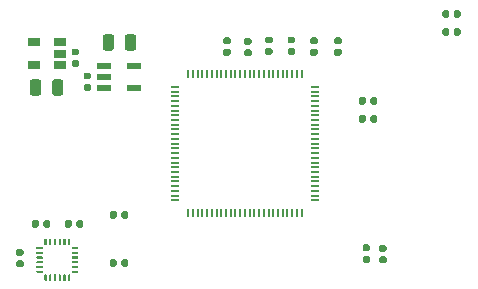
<source format=gtp>
G04 #@! TF.GenerationSoftware,KiCad,Pcbnew,(5.1.6)-1*
G04 #@! TF.CreationDate,2021-09-11T05:13:55-07:00*
G04 #@! TF.ProjectId,scum3c-devboard,7363756d-3363-42d6-9465-76626f617264,rev?*
G04 #@! TF.SameCoordinates,Original*
G04 #@! TF.FileFunction,Paste,Top*
G04 #@! TF.FilePolarity,Positive*
%FSLAX46Y46*%
G04 Gerber Fmt 4.6, Leading zero omitted, Abs format (unit mm)*
G04 Created by KiCad (PCBNEW (5.1.6)-1) date 2021-09-11 05:13:55*
%MOMM*%
%LPD*%
G01*
G04 APERTURE LIST*
%ADD10R,1.210000X0.590000*%
%ADD11R,1.060000X0.650000*%
%ADD12O,0.200000X0.800000*%
%ADD13O,0.800000X0.200000*%
G04 APERTURE END LIST*
D10*
G04 #@! TO.C,U3*
X87135001Y-62042000D03*
X87135001Y-63942000D03*
X84625001Y-63942000D03*
X84625001Y-62992000D03*
X84625001Y-62042000D03*
G04 #@! TD*
D11*
G04 #@! TO.C,U2*
X78627999Y-61961001D03*
X78627999Y-60061001D03*
X80827999Y-60061001D03*
X80827999Y-61011001D03*
X80827999Y-61961001D03*
G04 #@! TD*
G04 #@! TO.C,R4*
G36*
G01*
X96601500Y-60665000D02*
X96946500Y-60665000D01*
G75*
G02*
X97094000Y-60812500I0J-147500D01*
G01*
X97094000Y-61107500D01*
G75*
G02*
X96946500Y-61255000I-147500J0D01*
G01*
X96601500Y-61255000D01*
G75*
G02*
X96454000Y-61107500I0J147500D01*
G01*
X96454000Y-60812500D01*
G75*
G02*
X96601500Y-60665000I147500J0D01*
G01*
G37*
G36*
G01*
X96601500Y-59695000D02*
X96946500Y-59695000D01*
G75*
G02*
X97094000Y-59842500I0J-147500D01*
G01*
X97094000Y-60137500D01*
G75*
G02*
X96946500Y-60285000I-147500J0D01*
G01*
X96601500Y-60285000D01*
G75*
G02*
X96454000Y-60137500I0J147500D01*
G01*
X96454000Y-59842500D01*
G75*
G02*
X96601500Y-59695000I147500J0D01*
G01*
G37*
G04 #@! TD*
G04 #@! TO.C,R3*
G36*
G01*
X102189500Y-60619000D02*
X102534500Y-60619000D01*
G75*
G02*
X102682000Y-60766500I0J-147500D01*
G01*
X102682000Y-61061500D01*
G75*
G02*
X102534500Y-61209000I-147500J0D01*
G01*
X102189500Y-61209000D01*
G75*
G02*
X102042000Y-61061500I0J147500D01*
G01*
X102042000Y-60766500D01*
G75*
G02*
X102189500Y-60619000I147500J0D01*
G01*
G37*
G36*
G01*
X102189500Y-59649000D02*
X102534500Y-59649000D01*
G75*
G02*
X102682000Y-59796500I0J-147500D01*
G01*
X102682000Y-60091500D01*
G75*
G02*
X102534500Y-60239000I-147500J0D01*
G01*
X102189500Y-60239000D01*
G75*
G02*
X102042000Y-60091500I0J147500D01*
G01*
X102042000Y-59796500D01*
G75*
G02*
X102189500Y-59649000I147500J0D01*
G01*
G37*
G04 #@! TD*
G04 #@! TO.C,R2*
G36*
G01*
X104566500Y-60239000D02*
X104221500Y-60239000D01*
G75*
G02*
X104074000Y-60091500I0J147500D01*
G01*
X104074000Y-59796500D01*
G75*
G02*
X104221500Y-59649000I147500J0D01*
G01*
X104566500Y-59649000D01*
G75*
G02*
X104714000Y-59796500I0J-147500D01*
G01*
X104714000Y-60091500D01*
G75*
G02*
X104566500Y-60239000I-147500J0D01*
G01*
G37*
G36*
G01*
X104566500Y-61209000D02*
X104221500Y-61209000D01*
G75*
G02*
X104074000Y-61061500I0J147500D01*
G01*
X104074000Y-60766500D01*
G75*
G02*
X104221500Y-60619000I147500J0D01*
G01*
X104566500Y-60619000D01*
G75*
G02*
X104714000Y-60766500I0J-147500D01*
G01*
X104714000Y-61061500D01*
G75*
G02*
X104566500Y-61209000I-147500J0D01*
G01*
G37*
G04 #@! TD*
G04 #@! TO.C,C_1.8_OUT1*
G36*
G01*
X81158000Y-63424750D02*
X81158000Y-64337250D01*
G75*
G02*
X80914250Y-64581000I-243750J0D01*
G01*
X80426750Y-64581000D01*
G75*
G02*
X80183000Y-64337250I0J243750D01*
G01*
X80183000Y-63424750D01*
G75*
G02*
X80426750Y-63181000I243750J0D01*
G01*
X80914250Y-63181000D01*
G75*
G02*
X81158000Y-63424750I0J-243750D01*
G01*
G37*
G36*
G01*
X79283000Y-63424750D02*
X79283000Y-64337250D01*
G75*
G02*
X79039250Y-64581000I-243750J0D01*
G01*
X78551750Y-64581000D01*
G75*
G02*
X78308000Y-64337250I0J243750D01*
G01*
X78308000Y-63424750D01*
G75*
G02*
X78551750Y-63181000I243750J0D01*
G01*
X79039250Y-63181000D01*
G75*
G02*
X79283000Y-63424750I0J-243750D01*
G01*
G37*
G04 #@! TD*
G04 #@! TO.C,C_1.1_OUT1*
G36*
G01*
X84475500Y-60527250D02*
X84475500Y-59614750D01*
G75*
G02*
X84719250Y-59371000I243750J0D01*
G01*
X85206750Y-59371000D01*
G75*
G02*
X85450500Y-59614750I0J-243750D01*
G01*
X85450500Y-60527250D01*
G75*
G02*
X85206750Y-60771000I-243750J0D01*
G01*
X84719250Y-60771000D01*
G75*
G02*
X84475500Y-60527250I0J243750D01*
G01*
G37*
G36*
G01*
X86350500Y-60527250D02*
X86350500Y-59614750D01*
G75*
G02*
X86594250Y-59371000I243750J0D01*
G01*
X87081750Y-59371000D01*
G75*
G02*
X87325500Y-59614750I0J-243750D01*
G01*
X87325500Y-60527250D01*
G75*
G02*
X87081750Y-60771000I-243750J0D01*
G01*
X86594250Y-60771000D01*
G75*
G02*
X86350500Y-60527250I0J243750D01*
G01*
G37*
G04 #@! TD*
G04 #@! TO.C,C_1.1_IN1*
G36*
G01*
X83357500Y-63206000D02*
X83012500Y-63206000D01*
G75*
G02*
X82865000Y-63058500I0J147500D01*
G01*
X82865000Y-62763500D01*
G75*
G02*
X83012500Y-62616000I147500J0D01*
G01*
X83357500Y-62616000D01*
G75*
G02*
X83505000Y-62763500I0J-147500D01*
G01*
X83505000Y-63058500D01*
G75*
G02*
X83357500Y-63206000I-147500J0D01*
G01*
G37*
G36*
G01*
X83357500Y-64176000D02*
X83012500Y-64176000D01*
G75*
G02*
X82865000Y-64028500I0J147500D01*
G01*
X82865000Y-63733500D01*
G75*
G02*
X83012500Y-63586000I147500J0D01*
G01*
X83357500Y-63586000D01*
G75*
G02*
X83505000Y-63733500I0J-147500D01*
G01*
X83505000Y-64028500D01*
G75*
G02*
X83357500Y-64176000I-147500J0D01*
G01*
G37*
G04 #@! TD*
G04 #@! TO.C,C_1.8_IN1*
G36*
G01*
X82341500Y-61174000D02*
X81996500Y-61174000D01*
G75*
G02*
X81849000Y-61026500I0J147500D01*
G01*
X81849000Y-60731500D01*
G75*
G02*
X81996500Y-60584000I147500J0D01*
G01*
X82341500Y-60584000D01*
G75*
G02*
X82489000Y-60731500I0J-147500D01*
G01*
X82489000Y-61026500D01*
G75*
G02*
X82341500Y-61174000I-147500J0D01*
G01*
G37*
G36*
G01*
X82341500Y-62144000D02*
X81996500Y-62144000D01*
G75*
G02*
X81849000Y-61996500I0J147500D01*
G01*
X81849000Y-61701500D01*
G75*
G02*
X81996500Y-61554000I147500J0D01*
G01*
X82341500Y-61554000D01*
G75*
G02*
X82489000Y-61701500I0J-147500D01*
G01*
X82489000Y-61996500D01*
G75*
G02*
X82341500Y-62144000I-147500J0D01*
G01*
G37*
G04 #@! TD*
G04 #@! TO.C,R1*
G36*
G01*
X107147000Y-65196500D02*
X107147000Y-64851500D01*
G75*
G02*
X107294500Y-64704000I147500J0D01*
G01*
X107589500Y-64704000D01*
G75*
G02*
X107737000Y-64851500I0J-147500D01*
G01*
X107737000Y-65196500D01*
G75*
G02*
X107589500Y-65344000I-147500J0D01*
G01*
X107294500Y-65344000D01*
G75*
G02*
X107147000Y-65196500I0J147500D01*
G01*
G37*
G36*
G01*
X106177000Y-65196500D02*
X106177000Y-64851500D01*
G75*
G02*
X106324500Y-64704000I147500J0D01*
G01*
X106619500Y-64704000D01*
G75*
G02*
X106767000Y-64851500I0J-147500D01*
G01*
X106767000Y-65196500D01*
G75*
G02*
X106619500Y-65344000I-147500J0D01*
G01*
X106324500Y-65344000D01*
G75*
G02*
X106177000Y-65196500I0J147500D01*
G01*
G37*
G04 #@! TD*
G04 #@! TO.C,C13*
G36*
G01*
X100629500Y-60158000D02*
X100284500Y-60158000D01*
G75*
G02*
X100137000Y-60010500I0J147500D01*
G01*
X100137000Y-59715500D01*
G75*
G02*
X100284500Y-59568000I147500J0D01*
G01*
X100629500Y-59568000D01*
G75*
G02*
X100777000Y-59715500I0J-147500D01*
G01*
X100777000Y-60010500D01*
G75*
G02*
X100629500Y-60158000I-147500J0D01*
G01*
G37*
G36*
G01*
X100629500Y-61128000D02*
X100284500Y-61128000D01*
G75*
G02*
X100137000Y-60980500I0J147500D01*
G01*
X100137000Y-60685500D01*
G75*
G02*
X100284500Y-60538000I147500J0D01*
G01*
X100629500Y-60538000D01*
G75*
G02*
X100777000Y-60685500I0J-147500D01*
G01*
X100777000Y-60980500D01*
G75*
G02*
X100629500Y-61128000I-147500J0D01*
G01*
G37*
G04 #@! TD*
G04 #@! TO.C,C12*
G36*
G01*
X98724500Y-60158000D02*
X98379500Y-60158000D01*
G75*
G02*
X98232000Y-60010500I0J147500D01*
G01*
X98232000Y-59715500D01*
G75*
G02*
X98379500Y-59568000I147500J0D01*
G01*
X98724500Y-59568000D01*
G75*
G02*
X98872000Y-59715500I0J-147500D01*
G01*
X98872000Y-60010500D01*
G75*
G02*
X98724500Y-60158000I-147500J0D01*
G01*
G37*
G36*
G01*
X98724500Y-61128000D02*
X98379500Y-61128000D01*
G75*
G02*
X98232000Y-60980500I0J147500D01*
G01*
X98232000Y-60685500D01*
G75*
G02*
X98379500Y-60538000I147500J0D01*
G01*
X98724500Y-60538000D01*
G75*
G02*
X98872000Y-60685500I0J-147500D01*
G01*
X98872000Y-60980500D01*
G75*
G02*
X98724500Y-61128000I-147500J0D01*
G01*
G37*
G04 #@! TD*
G04 #@! TO.C,C11*
G36*
G01*
X106767000Y-66375500D02*
X106767000Y-66720500D01*
G75*
G02*
X106619500Y-66868000I-147500J0D01*
G01*
X106324500Y-66868000D01*
G75*
G02*
X106177000Y-66720500I0J147500D01*
G01*
X106177000Y-66375500D01*
G75*
G02*
X106324500Y-66228000I147500J0D01*
G01*
X106619500Y-66228000D01*
G75*
G02*
X106767000Y-66375500I0J-147500D01*
G01*
G37*
G36*
G01*
X107737000Y-66375500D02*
X107737000Y-66720500D01*
G75*
G02*
X107589500Y-66868000I-147500J0D01*
G01*
X107294500Y-66868000D01*
G75*
G02*
X107147000Y-66720500I0J147500D01*
G01*
X107147000Y-66375500D01*
G75*
G02*
X107294500Y-66228000I147500J0D01*
G01*
X107589500Y-66228000D01*
G75*
G02*
X107737000Y-66375500I0J-147500D01*
G01*
G37*
G04 #@! TD*
G04 #@! TO.C,C10*
G36*
G01*
X95168500Y-60239000D02*
X94823500Y-60239000D01*
G75*
G02*
X94676000Y-60091500I0J147500D01*
G01*
X94676000Y-59796500D01*
G75*
G02*
X94823500Y-59649000I147500J0D01*
G01*
X95168500Y-59649000D01*
G75*
G02*
X95316000Y-59796500I0J-147500D01*
G01*
X95316000Y-60091500D01*
G75*
G02*
X95168500Y-60239000I-147500J0D01*
G01*
G37*
G36*
G01*
X95168500Y-61209000D02*
X94823500Y-61209000D01*
G75*
G02*
X94676000Y-61061500I0J147500D01*
G01*
X94676000Y-60766500D01*
G75*
G02*
X94823500Y-60619000I147500J0D01*
G01*
X95168500Y-60619000D01*
G75*
G02*
X95316000Y-60766500I0J-147500D01*
G01*
X95316000Y-61061500D01*
G75*
G02*
X95168500Y-61209000I-147500J0D01*
G01*
G37*
G04 #@! TD*
G04 #@! TO.C,C9*
G36*
G01*
X108031500Y-78191000D02*
X108376500Y-78191000D01*
G75*
G02*
X108524000Y-78338500I0J-147500D01*
G01*
X108524000Y-78633500D01*
G75*
G02*
X108376500Y-78781000I-147500J0D01*
G01*
X108031500Y-78781000D01*
G75*
G02*
X107884000Y-78633500I0J147500D01*
G01*
X107884000Y-78338500D01*
G75*
G02*
X108031500Y-78191000I147500J0D01*
G01*
G37*
G36*
G01*
X108031500Y-77221000D02*
X108376500Y-77221000D01*
G75*
G02*
X108524000Y-77368500I0J-147500D01*
G01*
X108524000Y-77663500D01*
G75*
G02*
X108376500Y-77811000I-147500J0D01*
G01*
X108031500Y-77811000D01*
G75*
G02*
X107884000Y-77663500I0J147500D01*
G01*
X107884000Y-77368500D01*
G75*
G02*
X108031500Y-77221000I147500J0D01*
G01*
G37*
G04 #@! TD*
G04 #@! TO.C,C8*
G36*
G01*
X106634500Y-78145000D02*
X106979500Y-78145000D01*
G75*
G02*
X107127000Y-78292500I0J-147500D01*
G01*
X107127000Y-78587500D01*
G75*
G02*
X106979500Y-78735000I-147500J0D01*
G01*
X106634500Y-78735000D01*
G75*
G02*
X106487000Y-78587500I0J147500D01*
G01*
X106487000Y-78292500D01*
G75*
G02*
X106634500Y-78145000I147500J0D01*
G01*
G37*
G36*
G01*
X106634500Y-77175000D02*
X106979500Y-77175000D01*
G75*
G02*
X107127000Y-77322500I0J-147500D01*
G01*
X107127000Y-77617500D01*
G75*
G02*
X106979500Y-77765000I-147500J0D01*
G01*
X106634500Y-77765000D01*
G75*
G02*
X106487000Y-77617500I0J147500D01*
G01*
X106487000Y-77322500D01*
G75*
G02*
X106634500Y-77175000I147500J0D01*
G01*
G37*
G04 #@! TD*
G04 #@! TO.C,C7*
G36*
G01*
X114213000Y-59354500D02*
X114213000Y-59009500D01*
G75*
G02*
X114360500Y-58862000I147500J0D01*
G01*
X114655500Y-58862000D01*
G75*
G02*
X114803000Y-59009500I0J-147500D01*
G01*
X114803000Y-59354500D01*
G75*
G02*
X114655500Y-59502000I-147500J0D01*
G01*
X114360500Y-59502000D01*
G75*
G02*
X114213000Y-59354500I0J147500D01*
G01*
G37*
G36*
G01*
X113243000Y-59354500D02*
X113243000Y-59009500D01*
G75*
G02*
X113390500Y-58862000I147500J0D01*
G01*
X113685500Y-58862000D01*
G75*
G02*
X113833000Y-59009500I0J-147500D01*
G01*
X113833000Y-59354500D01*
G75*
G02*
X113685500Y-59502000I-147500J0D01*
G01*
X113390500Y-59502000D01*
G75*
G02*
X113243000Y-59354500I0J147500D01*
G01*
G37*
G04 #@! TD*
G04 #@! TO.C,C6*
G36*
G01*
X114213000Y-57830500D02*
X114213000Y-57485500D01*
G75*
G02*
X114360500Y-57338000I147500J0D01*
G01*
X114655500Y-57338000D01*
G75*
G02*
X114803000Y-57485500I0J-147500D01*
G01*
X114803000Y-57830500D01*
G75*
G02*
X114655500Y-57978000I-147500J0D01*
G01*
X114360500Y-57978000D01*
G75*
G02*
X114213000Y-57830500I0J147500D01*
G01*
G37*
G36*
G01*
X113243000Y-57830500D02*
X113243000Y-57485500D01*
G75*
G02*
X113390500Y-57338000I147500J0D01*
G01*
X113685500Y-57338000D01*
G75*
G02*
X113833000Y-57485500I0J-147500D01*
G01*
X113833000Y-57830500D01*
G75*
G02*
X113685500Y-57978000I-147500J0D01*
G01*
X113390500Y-57978000D01*
G75*
G02*
X113243000Y-57830500I0J147500D01*
G01*
G37*
G04 #@! TD*
G04 #@! TO.C,C5*
G36*
G01*
X85685000Y-74503500D02*
X85685000Y-74848500D01*
G75*
G02*
X85537500Y-74996000I-147500J0D01*
G01*
X85242500Y-74996000D01*
G75*
G02*
X85095000Y-74848500I0J147500D01*
G01*
X85095000Y-74503500D01*
G75*
G02*
X85242500Y-74356000I147500J0D01*
G01*
X85537500Y-74356000D01*
G75*
G02*
X85685000Y-74503500I0J-147500D01*
G01*
G37*
G36*
G01*
X86655000Y-74503500D02*
X86655000Y-74848500D01*
G75*
G02*
X86507500Y-74996000I-147500J0D01*
G01*
X86212500Y-74996000D01*
G75*
G02*
X86065000Y-74848500I0J147500D01*
G01*
X86065000Y-74503500D01*
G75*
G02*
X86212500Y-74356000I147500J0D01*
G01*
X86507500Y-74356000D01*
G75*
G02*
X86655000Y-74503500I0J-147500D01*
G01*
G37*
G04 #@! TD*
G04 #@! TO.C,C4*
G36*
G01*
X85662000Y-78567500D02*
X85662000Y-78912500D01*
G75*
G02*
X85514500Y-79060000I-147500J0D01*
G01*
X85219500Y-79060000D01*
G75*
G02*
X85072000Y-78912500I0J147500D01*
G01*
X85072000Y-78567500D01*
G75*
G02*
X85219500Y-78420000I147500J0D01*
G01*
X85514500Y-78420000D01*
G75*
G02*
X85662000Y-78567500I0J-147500D01*
G01*
G37*
G36*
G01*
X86632000Y-78567500D02*
X86632000Y-78912500D01*
G75*
G02*
X86484500Y-79060000I-147500J0D01*
G01*
X86189500Y-79060000D01*
G75*
G02*
X86042000Y-78912500I0J147500D01*
G01*
X86042000Y-78567500D01*
G75*
G02*
X86189500Y-78420000I147500J0D01*
G01*
X86484500Y-78420000D01*
G75*
G02*
X86632000Y-78567500I0J-147500D01*
G01*
G37*
G04 #@! TD*
D12*
G04 #@! TO.C,U1*
X91720000Y-62738000D03*
X92120000Y-62738000D03*
X92520000Y-62738000D03*
X92920000Y-62738000D03*
X93320000Y-62738000D03*
X93720000Y-62738000D03*
X94120000Y-62738000D03*
X94520000Y-62738000D03*
X94920000Y-62738000D03*
X95320000Y-62738000D03*
X95720000Y-62738000D03*
X96120000Y-62738000D03*
X96520000Y-62738000D03*
X96920000Y-62738000D03*
X97320000Y-62738000D03*
X97720000Y-62738000D03*
X98120000Y-62738000D03*
X98520000Y-62738000D03*
X98920000Y-62738000D03*
X99320000Y-62738000D03*
X99720000Y-62738000D03*
X100120000Y-62738000D03*
X100520000Y-62738000D03*
X100920000Y-62738000D03*
X101320000Y-62738000D03*
D13*
X102420000Y-63838000D03*
X102420000Y-64238000D03*
X102420000Y-64638000D03*
X102420000Y-65038000D03*
X102420000Y-65438000D03*
X102420000Y-65838000D03*
X102420000Y-66238000D03*
X102420000Y-66638000D03*
X102420000Y-67038000D03*
X102420000Y-67438000D03*
X102420000Y-67838000D03*
X102420000Y-68238000D03*
X102420000Y-68638000D03*
X102420000Y-69038000D03*
X102420000Y-69438000D03*
X102420000Y-69838000D03*
X102420000Y-70238000D03*
X102420000Y-70638000D03*
X102420000Y-71038000D03*
X102420000Y-71438000D03*
X102420000Y-71838000D03*
X102420000Y-72238000D03*
X102420000Y-72638000D03*
X102420000Y-73038000D03*
X102420000Y-73438000D03*
D12*
X101320000Y-74538000D03*
X100920000Y-74538000D03*
X100520000Y-74538000D03*
X100120000Y-74538000D03*
X99720000Y-74538000D03*
X99320000Y-74538000D03*
X98920000Y-74538000D03*
X98520000Y-74538000D03*
X98120000Y-74538000D03*
X97720000Y-74538000D03*
X97320000Y-74538000D03*
X96920000Y-74538000D03*
X96520000Y-74538000D03*
X96120000Y-74538000D03*
X95720000Y-74538000D03*
X95320000Y-74538000D03*
X94920000Y-74538000D03*
X94520000Y-74538000D03*
X94120000Y-74538000D03*
X93720000Y-74538000D03*
X93320000Y-74538000D03*
X92920000Y-74538000D03*
X92520000Y-74538000D03*
X92120000Y-74538000D03*
X91720000Y-74538000D03*
D13*
X90620000Y-73438000D03*
X90620000Y-73038000D03*
X90620000Y-72638000D03*
X90620000Y-72238000D03*
X90620000Y-71838000D03*
X90620000Y-71438000D03*
X90620000Y-71038000D03*
X90620000Y-70638000D03*
X90620000Y-70238000D03*
X90620000Y-69838000D03*
X90620000Y-69438000D03*
X90620000Y-69038000D03*
X90620000Y-68638000D03*
X90620000Y-68238000D03*
X90620000Y-67838000D03*
X90620000Y-67438000D03*
X90620000Y-67038000D03*
X90620000Y-66638000D03*
X90620000Y-66238000D03*
X90620000Y-65838000D03*
X90620000Y-65438000D03*
X90620000Y-65038000D03*
X90620000Y-64638000D03*
X90620000Y-64238000D03*
X90620000Y-63838000D03*
G04 #@! TD*
G04 #@! TO.C,C3*
G36*
G01*
X80051000Y-75265500D02*
X80051000Y-75610500D01*
G75*
G02*
X79903500Y-75758000I-147500J0D01*
G01*
X79608500Y-75758000D01*
G75*
G02*
X79461000Y-75610500I0J147500D01*
G01*
X79461000Y-75265500D01*
G75*
G02*
X79608500Y-75118000I147500J0D01*
G01*
X79903500Y-75118000D01*
G75*
G02*
X80051000Y-75265500I0J-147500D01*
G01*
G37*
G36*
G01*
X79081000Y-75265500D02*
X79081000Y-75610500D01*
G75*
G02*
X78933500Y-75758000I-147500J0D01*
G01*
X78638500Y-75758000D01*
G75*
G02*
X78491000Y-75610500I0J147500D01*
G01*
X78491000Y-75265500D01*
G75*
G02*
X78638500Y-75118000I147500J0D01*
G01*
X78933500Y-75118000D01*
G75*
G02*
X79081000Y-75265500I0J-147500D01*
G01*
G37*
G04 #@! TD*
G04 #@! TO.C,C2*
G36*
G01*
X77297500Y-77556000D02*
X77642500Y-77556000D01*
G75*
G02*
X77790000Y-77703500I0J-147500D01*
G01*
X77790000Y-77998500D01*
G75*
G02*
X77642500Y-78146000I-147500J0D01*
G01*
X77297500Y-78146000D01*
G75*
G02*
X77150000Y-77998500I0J147500D01*
G01*
X77150000Y-77703500D01*
G75*
G02*
X77297500Y-77556000I147500J0D01*
G01*
G37*
G36*
G01*
X77297500Y-78526000D02*
X77642500Y-78526000D01*
G75*
G02*
X77790000Y-78673500I0J-147500D01*
G01*
X77790000Y-78968500D01*
G75*
G02*
X77642500Y-79116000I-147500J0D01*
G01*
X77297500Y-79116000D01*
G75*
G02*
X77150000Y-78968500I0J147500D01*
G01*
X77150000Y-78673500D01*
G75*
G02*
X77297500Y-78526000I147500J0D01*
G01*
G37*
G04 #@! TD*
G04 #@! TO.C,C1*
G36*
G01*
X81285000Y-75610500D02*
X81285000Y-75265500D01*
G75*
G02*
X81432500Y-75118000I147500J0D01*
G01*
X81727500Y-75118000D01*
G75*
G02*
X81875000Y-75265500I0J-147500D01*
G01*
X81875000Y-75610500D01*
G75*
G02*
X81727500Y-75758000I-147500J0D01*
G01*
X81432500Y-75758000D01*
G75*
G02*
X81285000Y-75610500I0J147500D01*
G01*
G37*
G36*
G01*
X82255000Y-75610500D02*
X82255000Y-75265500D01*
G75*
G02*
X82402500Y-75118000I147500J0D01*
G01*
X82697500Y-75118000D01*
G75*
G02*
X82845000Y-75265500I0J-147500D01*
G01*
X82845000Y-75610500D01*
G75*
G02*
X82697500Y-75758000I-147500J0D01*
G01*
X82402500Y-75758000D01*
G75*
G02*
X82255000Y-75610500I0J147500D01*
G01*
G37*
G04 #@! TD*
G04 #@! TO.C,U9AB1*
G36*
G01*
X82420000Y-79436000D02*
X82420000Y-79536000D01*
G75*
G02*
X82370000Y-79586000I-50000J0D01*
G01*
X81920000Y-79586000D01*
G75*
G02*
X81870000Y-79536000I0J50000D01*
G01*
X81870000Y-79436000D01*
G75*
G02*
X81920000Y-79386000I50000J0D01*
G01*
X82370000Y-79386000D01*
G75*
G02*
X82420000Y-79436000I0J-50000D01*
G01*
G37*
G36*
G01*
X82420000Y-79036000D02*
X82420000Y-79136000D01*
G75*
G02*
X82370000Y-79186000I-50000J0D01*
G01*
X81920000Y-79186000D01*
G75*
G02*
X81870000Y-79136000I0J50000D01*
G01*
X81870000Y-79036000D01*
G75*
G02*
X81920000Y-78986000I50000J0D01*
G01*
X82370000Y-78986000D01*
G75*
G02*
X82420000Y-79036000I0J-50000D01*
G01*
G37*
G36*
G01*
X82420000Y-78636000D02*
X82420000Y-78736000D01*
G75*
G02*
X82370000Y-78786000I-50000J0D01*
G01*
X81920000Y-78786000D01*
G75*
G02*
X81870000Y-78736000I0J50000D01*
G01*
X81870000Y-78636000D01*
G75*
G02*
X81920000Y-78586000I50000J0D01*
G01*
X82370000Y-78586000D01*
G75*
G02*
X82420000Y-78636000I0J-50000D01*
G01*
G37*
G36*
G01*
X82420000Y-78236000D02*
X82420000Y-78336000D01*
G75*
G02*
X82370000Y-78386000I-50000J0D01*
G01*
X81920000Y-78386000D01*
G75*
G02*
X81870000Y-78336000I0J50000D01*
G01*
X81870000Y-78236000D01*
G75*
G02*
X81920000Y-78186000I50000J0D01*
G01*
X82370000Y-78186000D01*
G75*
G02*
X82420000Y-78236000I0J-50000D01*
G01*
G37*
G36*
G01*
X82420000Y-77836000D02*
X82420000Y-77936000D01*
G75*
G02*
X82370000Y-77986000I-50000J0D01*
G01*
X81920000Y-77986000D01*
G75*
G02*
X81870000Y-77936000I0J50000D01*
G01*
X81870000Y-77836000D01*
G75*
G02*
X81920000Y-77786000I50000J0D01*
G01*
X82370000Y-77786000D01*
G75*
G02*
X82420000Y-77836000I0J-50000D01*
G01*
G37*
G36*
G01*
X82420000Y-77436000D02*
X82420000Y-77536000D01*
G75*
G02*
X82370000Y-77586000I-50000J0D01*
G01*
X81920000Y-77586000D01*
G75*
G02*
X81870000Y-77536000I0J50000D01*
G01*
X81870000Y-77436000D01*
G75*
G02*
X81920000Y-77386000I50000J0D01*
G01*
X82370000Y-77386000D01*
G75*
G02*
X82420000Y-77436000I0J-50000D01*
G01*
G37*
G36*
G01*
X81595000Y-76711000D02*
X81695000Y-76711000D01*
G75*
G02*
X81745000Y-76761000I0J-50000D01*
G01*
X81745000Y-77211000D01*
G75*
G02*
X81695000Y-77261000I-50000J0D01*
G01*
X81595000Y-77261000D01*
G75*
G02*
X81545000Y-77211000I0J50000D01*
G01*
X81545000Y-76761000D01*
G75*
G02*
X81595000Y-76711000I50000J0D01*
G01*
G37*
G36*
G01*
X81195000Y-76711000D02*
X81295000Y-76711000D01*
G75*
G02*
X81345000Y-76761000I0J-50000D01*
G01*
X81345000Y-77211000D01*
G75*
G02*
X81295000Y-77261000I-50000J0D01*
G01*
X81195000Y-77261000D01*
G75*
G02*
X81145000Y-77211000I0J50000D01*
G01*
X81145000Y-76761000D01*
G75*
G02*
X81195000Y-76711000I50000J0D01*
G01*
G37*
G36*
G01*
X80795000Y-76711000D02*
X80895000Y-76711000D01*
G75*
G02*
X80945000Y-76761000I0J-50000D01*
G01*
X80945000Y-77211000D01*
G75*
G02*
X80895000Y-77261000I-50000J0D01*
G01*
X80795000Y-77261000D01*
G75*
G02*
X80745000Y-77211000I0J50000D01*
G01*
X80745000Y-76761000D01*
G75*
G02*
X80795000Y-76711000I50000J0D01*
G01*
G37*
G36*
G01*
X80395000Y-76711000D02*
X80495000Y-76711000D01*
G75*
G02*
X80545000Y-76761000I0J-50000D01*
G01*
X80545000Y-77211000D01*
G75*
G02*
X80495000Y-77261000I-50000J0D01*
G01*
X80395000Y-77261000D01*
G75*
G02*
X80345000Y-77211000I0J50000D01*
G01*
X80345000Y-76761000D01*
G75*
G02*
X80395000Y-76711000I50000J0D01*
G01*
G37*
G36*
G01*
X79995000Y-76711000D02*
X80095000Y-76711000D01*
G75*
G02*
X80145000Y-76761000I0J-50000D01*
G01*
X80145000Y-77211000D01*
G75*
G02*
X80095000Y-77261000I-50000J0D01*
G01*
X79995000Y-77261000D01*
G75*
G02*
X79945000Y-77211000I0J50000D01*
G01*
X79945000Y-76761000D01*
G75*
G02*
X79995000Y-76711000I50000J0D01*
G01*
G37*
G36*
G01*
X79595000Y-76711000D02*
X79695000Y-76711000D01*
G75*
G02*
X79745000Y-76761000I0J-50000D01*
G01*
X79745000Y-77211000D01*
G75*
G02*
X79695000Y-77261000I-50000J0D01*
G01*
X79595000Y-77261000D01*
G75*
G02*
X79545000Y-77211000I0J50000D01*
G01*
X79545000Y-76761000D01*
G75*
G02*
X79595000Y-76711000I50000J0D01*
G01*
G37*
G36*
G01*
X79420000Y-77436000D02*
X79420000Y-77536000D01*
G75*
G02*
X79370000Y-77586000I-50000J0D01*
G01*
X78920000Y-77586000D01*
G75*
G02*
X78870000Y-77536000I0J50000D01*
G01*
X78870000Y-77436000D01*
G75*
G02*
X78920000Y-77386000I50000J0D01*
G01*
X79370000Y-77386000D01*
G75*
G02*
X79420000Y-77436000I0J-50000D01*
G01*
G37*
G36*
G01*
X79420000Y-77836000D02*
X79420000Y-77936000D01*
G75*
G02*
X79370000Y-77986000I-50000J0D01*
G01*
X78920000Y-77986000D01*
G75*
G02*
X78870000Y-77936000I0J50000D01*
G01*
X78870000Y-77836000D01*
G75*
G02*
X78920000Y-77786000I50000J0D01*
G01*
X79370000Y-77786000D01*
G75*
G02*
X79420000Y-77836000I0J-50000D01*
G01*
G37*
G36*
G01*
X79420000Y-78236000D02*
X79420000Y-78336000D01*
G75*
G02*
X79370000Y-78386000I-50000J0D01*
G01*
X78920000Y-78386000D01*
G75*
G02*
X78870000Y-78336000I0J50000D01*
G01*
X78870000Y-78236000D01*
G75*
G02*
X78920000Y-78186000I50000J0D01*
G01*
X79370000Y-78186000D01*
G75*
G02*
X79420000Y-78236000I0J-50000D01*
G01*
G37*
G36*
G01*
X79420000Y-78636000D02*
X79420000Y-78736000D01*
G75*
G02*
X79370000Y-78786000I-50000J0D01*
G01*
X78920000Y-78786000D01*
G75*
G02*
X78870000Y-78736000I0J50000D01*
G01*
X78870000Y-78636000D01*
G75*
G02*
X78920000Y-78586000I50000J0D01*
G01*
X79370000Y-78586000D01*
G75*
G02*
X79420000Y-78636000I0J-50000D01*
G01*
G37*
G36*
G01*
X79420000Y-79036000D02*
X79420000Y-79136000D01*
G75*
G02*
X79370000Y-79186000I-50000J0D01*
G01*
X78920000Y-79186000D01*
G75*
G02*
X78870000Y-79136000I0J50000D01*
G01*
X78870000Y-79036000D01*
G75*
G02*
X78920000Y-78986000I50000J0D01*
G01*
X79370000Y-78986000D01*
G75*
G02*
X79420000Y-79036000I0J-50000D01*
G01*
G37*
G36*
G01*
X79420000Y-79436000D02*
X79420000Y-79536000D01*
G75*
G02*
X79370000Y-79586000I-50000J0D01*
G01*
X78920000Y-79586000D01*
G75*
G02*
X78870000Y-79536000I0J50000D01*
G01*
X78870000Y-79436000D01*
G75*
G02*
X78920000Y-79386000I50000J0D01*
G01*
X79370000Y-79386000D01*
G75*
G02*
X79420000Y-79436000I0J-50000D01*
G01*
G37*
G36*
G01*
X79595000Y-79711000D02*
X79695000Y-79711000D01*
G75*
G02*
X79745000Y-79761000I0J-50000D01*
G01*
X79745000Y-80211000D01*
G75*
G02*
X79695000Y-80261000I-50000J0D01*
G01*
X79595000Y-80261000D01*
G75*
G02*
X79545000Y-80211000I0J50000D01*
G01*
X79545000Y-79761000D01*
G75*
G02*
X79595000Y-79711000I50000J0D01*
G01*
G37*
G36*
G01*
X79995000Y-79711000D02*
X80095000Y-79711000D01*
G75*
G02*
X80145000Y-79761000I0J-50000D01*
G01*
X80145000Y-80211000D01*
G75*
G02*
X80095000Y-80261000I-50000J0D01*
G01*
X79995000Y-80261000D01*
G75*
G02*
X79945000Y-80211000I0J50000D01*
G01*
X79945000Y-79761000D01*
G75*
G02*
X79995000Y-79711000I50000J0D01*
G01*
G37*
G36*
G01*
X80395000Y-79711000D02*
X80495000Y-79711000D01*
G75*
G02*
X80545000Y-79761000I0J-50000D01*
G01*
X80545000Y-80211000D01*
G75*
G02*
X80495000Y-80261000I-50000J0D01*
G01*
X80395000Y-80261000D01*
G75*
G02*
X80345000Y-80211000I0J50000D01*
G01*
X80345000Y-79761000D01*
G75*
G02*
X80395000Y-79711000I50000J0D01*
G01*
G37*
G36*
G01*
X80795000Y-79711000D02*
X80895000Y-79711000D01*
G75*
G02*
X80945000Y-79761000I0J-50000D01*
G01*
X80945000Y-80211000D01*
G75*
G02*
X80895000Y-80261000I-50000J0D01*
G01*
X80795000Y-80261000D01*
G75*
G02*
X80745000Y-80211000I0J50000D01*
G01*
X80745000Y-79761000D01*
G75*
G02*
X80795000Y-79711000I50000J0D01*
G01*
G37*
G36*
G01*
X81195000Y-79711000D02*
X81295000Y-79711000D01*
G75*
G02*
X81345000Y-79761000I0J-50000D01*
G01*
X81345000Y-80211000D01*
G75*
G02*
X81295000Y-80261000I-50000J0D01*
G01*
X81195000Y-80261000D01*
G75*
G02*
X81145000Y-80211000I0J50000D01*
G01*
X81145000Y-79761000D01*
G75*
G02*
X81195000Y-79711000I50000J0D01*
G01*
G37*
G36*
G01*
X81595000Y-79711000D02*
X81695000Y-79711000D01*
G75*
G02*
X81745000Y-79761000I0J-50000D01*
G01*
X81745000Y-80211000D01*
G75*
G02*
X81695000Y-80261000I-50000J0D01*
G01*
X81595000Y-80261000D01*
G75*
G02*
X81545000Y-80211000I0J50000D01*
G01*
X81545000Y-79761000D01*
G75*
G02*
X81595000Y-79711000I50000J0D01*
G01*
G37*
G04 #@! TD*
M02*

</source>
